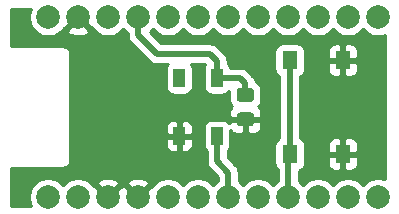
<source format=gbr>
%TF.GenerationSoftware,KiCad,Pcbnew,(5.1.9)-1*%
%TF.CreationDate,2021-01-29T17:06:41+01:00*%
%TF.ProjectId,ProMini_MouseJiggler,50726f4d-696e-4695-9f4d-6f7573654a69,rev?*%
%TF.SameCoordinates,Original*%
%TF.FileFunction,Copper,L1,Top*%
%TF.FilePolarity,Positive*%
%FSLAX46Y46*%
G04 Gerber Fmt 4.6, Leading zero omitted, Abs format (unit mm)*
G04 Created by KiCad (PCBNEW (5.1.9)-1) date 2021-01-29 17:06:41*
%MOMM*%
%LPD*%
G01*
G04 APERTURE LIST*
%TA.AperFunction,SMDPad,CuDef*%
%ADD10R,1.300000X1.550000*%
%TD*%
%TA.AperFunction,ComponentPad*%
%ADD11C,2.000000*%
%TD*%
%TA.AperFunction,SMDPad,CuDef*%
%ADD12R,1.000000X1.500000*%
%TD*%
%TA.AperFunction,Conductor*%
%ADD13C,0.508000*%
%TD*%
%TA.AperFunction,Conductor*%
%ADD14C,0.254000*%
%TD*%
%TA.AperFunction,Conductor*%
%ADD15C,0.100000*%
%TD*%
G04 APERTURE END LIST*
D10*
%TO.P,SW1,2*%
%TO.N,GND*%
X145250000Y-91525000D03*
%TO.P,SW1,1*%
%TO.N,SW*%
X140750000Y-91525000D03*
X140750000Y-99475000D03*
%TO.P,SW1,2*%
%TO.N,GND*%
X145250000Y-99475000D03*
%TD*%
D11*
%TO.P,U1,24*%
%TO.N,Net-(U1-Pad24)*%
X120300000Y-87880000D03*
%TO.P,U1,23*%
%TO.N,GND*%
X122840000Y-87880000D03*
%TO.P,U1,22*%
%TO.N,Net-(U1-Pad22)*%
X125380000Y-87880000D03*
%TO.P,U1,21*%
%TO.N,+5V*%
X127920000Y-87880000D03*
%TO.P,U1,20*%
%TO.N,Net-(U1-Pad20)*%
X130460000Y-87880000D03*
%TO.P,U1,19*%
%TO.N,Net-(U1-Pad19)*%
X133000000Y-87880000D03*
%TO.P,U1,18*%
%TO.N,Net-(U1-Pad18)*%
X135540000Y-87880000D03*
%TO.P,U1,17*%
%TO.N,Net-(U1-Pad17)*%
X138080000Y-87880000D03*
%TO.P,U1,16*%
%TO.N,Net-(U1-Pad16)*%
X140620000Y-87880000D03*
%TO.P,U1,15*%
%TO.N,Net-(U1-Pad15)*%
X143160000Y-87880000D03*
%TO.P,U1,14*%
%TO.N,Net-(U1-Pad14)*%
X145700000Y-87880000D03*
%TO.P,U1,13*%
%TO.N,Net-(U1-Pad13)*%
X148240000Y-87880000D03*
%TO.P,U1,12*%
%TO.N,Net-(U1-Pad12)*%
X148240000Y-103120000D03*
%TO.P,U1,11*%
%TO.N,Net-(U1-Pad11)*%
X145700000Y-103120000D03*
%TO.P,U1,10*%
%TO.N,Net-(U1-Pad10)*%
X143160000Y-103120000D03*
%TO.P,U1,9*%
%TO.N,SW*%
X140620000Y-103120000D03*
%TO.P,U1,8*%
%TO.N,Net-(U1-Pad8)*%
X138080000Y-103120000D03*
%TO.P,U1,7*%
%TO.N,LED*%
X135540000Y-103120000D03*
%TO.P,U1,6*%
%TO.N,Net-(U1-Pad6)*%
X133000000Y-103120000D03*
%TO.P,U1,5*%
%TO.N,Net-(U1-Pad5)*%
X130460000Y-103120000D03*
%TO.P,U1,4*%
%TO.N,GND*%
X127920000Y-103120000D03*
%TO.P,U1,3*%
X125380000Y-103120000D03*
%TO.P,U1,2*%
%TO.N,Net-(U1-Pad2)*%
X122840000Y-103120000D03*
%TO.P,U1,1*%
%TO.N,Net-(U1-Pad1)*%
X120300000Y-103120000D03*
%TD*%
%TO.P,C1,2*%
%TO.N,GND*%
%TA.AperFunction,SMDPad,CuDef*%
G36*
G01*
X136525000Y-95950000D02*
X137475000Y-95950000D01*
G75*
G02*
X137725000Y-96200000I0J-250000D01*
G01*
X137725000Y-96875000D01*
G75*
G02*
X137475000Y-97125000I-250000J0D01*
G01*
X136525000Y-97125000D01*
G75*
G02*
X136275000Y-96875000I0J250000D01*
G01*
X136275000Y-96200000D01*
G75*
G02*
X136525000Y-95950000I250000J0D01*
G01*
G37*
%TD.AperFunction*%
%TO.P,C1,1*%
%TO.N,+5V*%
%TA.AperFunction,SMDPad,CuDef*%
G36*
G01*
X136525000Y-93875000D02*
X137475000Y-93875000D01*
G75*
G02*
X137725000Y-94125000I0J-250000D01*
G01*
X137725000Y-94800000D01*
G75*
G02*
X137475000Y-95050000I-250000J0D01*
G01*
X136525000Y-95050000D01*
G75*
G02*
X136275000Y-94800000I0J250000D01*
G01*
X136275000Y-94125000D01*
G75*
G02*
X136525000Y-93875000I250000J0D01*
G01*
G37*
%TD.AperFunction*%
%TD*%
D12*
%TO.P,D1,1*%
%TO.N,GND*%
X131400000Y-97950000D03*
%TO.P,D1,2*%
%TO.N,LED*%
X134600000Y-97950000D03*
%TO.P,D1,4*%
%TO.N,Net-(D1-Pad4)*%
X131400000Y-93050000D03*
%TO.P,D1,3*%
%TO.N,+5V*%
X134600000Y-93050000D03*
%TD*%
D13*
%TO.N,LED*%
X134600000Y-97950000D02*
X134600000Y-100100000D01*
X135540000Y-101040000D02*
X135540000Y-103120000D01*
X134600000Y-100100000D02*
X135540000Y-101040000D01*
%TO.N,+5V*%
X137000000Y-94462500D02*
X137000000Y-93500000D01*
X136550000Y-93050000D02*
X134600000Y-93050000D01*
X137000000Y-93500000D02*
X136550000Y-93050000D01*
X127920000Y-87880000D02*
X127920000Y-89420000D01*
X127920000Y-89420000D02*
X129500000Y-91000000D01*
X129500000Y-91000000D02*
X134000000Y-91000000D01*
X134600000Y-91600000D02*
X134600000Y-93050000D01*
X134000000Y-91000000D02*
X134600000Y-91600000D01*
%TO.N,SW*%
X140620000Y-99605000D02*
X140750000Y-99475000D01*
X140620000Y-103120000D02*
X140620000Y-99605000D01*
X140750000Y-91525000D02*
X140750000Y-99475000D01*
%TD*%
D14*
%TO.N,GND*%
X118727832Y-87403088D02*
X118665000Y-87718967D01*
X118665000Y-88041033D01*
X118727832Y-88356912D01*
X118851082Y-88654463D01*
X119030013Y-88922252D01*
X119257748Y-89149987D01*
X119525537Y-89328918D01*
X119823088Y-89452168D01*
X120138967Y-89515000D01*
X120461033Y-89515000D01*
X120776912Y-89452168D01*
X121074463Y-89328918D01*
X121342252Y-89149987D01*
X121476826Y-89015413D01*
X121884192Y-89015413D01*
X121979956Y-89279814D01*
X122269571Y-89420704D01*
X122581108Y-89502384D01*
X122902595Y-89521718D01*
X123221675Y-89477961D01*
X123526088Y-89372795D01*
X123700044Y-89279814D01*
X123795808Y-89015413D01*
X122840000Y-88059605D01*
X121884192Y-89015413D01*
X121476826Y-89015413D01*
X121569987Y-88922252D01*
X121642720Y-88813400D01*
X121704587Y-88835808D01*
X122660395Y-87880000D01*
X122646253Y-87865858D01*
X122825858Y-87686253D01*
X122840000Y-87700395D01*
X122854143Y-87686253D01*
X123033748Y-87865858D01*
X123019605Y-87880000D01*
X123975413Y-88835808D01*
X124037280Y-88813400D01*
X124110013Y-88922252D01*
X124337748Y-89149987D01*
X124605537Y-89328918D01*
X124903088Y-89452168D01*
X125218967Y-89515000D01*
X125541033Y-89515000D01*
X125856912Y-89452168D01*
X126154463Y-89328918D01*
X126422252Y-89149987D01*
X126649987Y-88922252D01*
X126650000Y-88922233D01*
X126650013Y-88922252D01*
X126877748Y-89149987D01*
X127031001Y-89252387D01*
X127031001Y-89376331D01*
X127026700Y-89420000D01*
X127043864Y-89594274D01*
X127094698Y-89761852D01*
X127177248Y-89916291D01*
X127288342Y-90051659D01*
X127322259Y-90079494D01*
X128840501Y-91597736D01*
X128868341Y-91631659D01*
X129003709Y-91742753D01*
X129158149Y-91825303D01*
X129224058Y-91845296D01*
X129325724Y-91876136D01*
X129358924Y-91879406D01*
X129456333Y-91889000D01*
X129456339Y-91889000D01*
X129499999Y-91893300D01*
X129543659Y-91889000D01*
X130415836Y-91889000D01*
X130369463Y-91945506D01*
X130310498Y-92055820D01*
X130274188Y-92175518D01*
X130261928Y-92300000D01*
X130261928Y-93800000D01*
X130274188Y-93924482D01*
X130310498Y-94044180D01*
X130369463Y-94154494D01*
X130448815Y-94251185D01*
X130545506Y-94330537D01*
X130655820Y-94389502D01*
X130775518Y-94425812D01*
X130900000Y-94438072D01*
X131900000Y-94438072D01*
X132024482Y-94425812D01*
X132144180Y-94389502D01*
X132254494Y-94330537D01*
X132351185Y-94251185D01*
X132430537Y-94154494D01*
X132489502Y-94044180D01*
X132525812Y-93924482D01*
X132538072Y-93800000D01*
X132538072Y-92300000D01*
X132525812Y-92175518D01*
X132489502Y-92055820D01*
X132430537Y-91945506D01*
X132384164Y-91889000D01*
X133615836Y-91889000D01*
X133569463Y-91945506D01*
X133510498Y-92055820D01*
X133474188Y-92175518D01*
X133461928Y-92300000D01*
X133461928Y-93800000D01*
X133474188Y-93924482D01*
X133510498Y-94044180D01*
X133569463Y-94154494D01*
X133648815Y-94251185D01*
X133745506Y-94330537D01*
X133855820Y-94389502D01*
X133975518Y-94425812D01*
X134100000Y-94438072D01*
X135100000Y-94438072D01*
X135224482Y-94425812D01*
X135344180Y-94389502D01*
X135454494Y-94330537D01*
X135551185Y-94251185D01*
X135630537Y-94154494D01*
X135636928Y-94142537D01*
X135636928Y-94800000D01*
X135653992Y-94973254D01*
X135704528Y-95139850D01*
X135786595Y-95293386D01*
X135897038Y-95427962D01*
X135903594Y-95433342D01*
X135823815Y-95498815D01*
X135744463Y-95595506D01*
X135685498Y-95705820D01*
X135649188Y-95825518D01*
X135636928Y-95950000D01*
X135640000Y-96251750D01*
X135798750Y-96410500D01*
X136873000Y-96410500D01*
X136873000Y-96390500D01*
X137127000Y-96390500D01*
X137127000Y-96410500D01*
X138201250Y-96410500D01*
X138360000Y-96251750D01*
X138363072Y-95950000D01*
X138350812Y-95825518D01*
X138314502Y-95705820D01*
X138255537Y-95595506D01*
X138176185Y-95498815D01*
X138096406Y-95433342D01*
X138102962Y-95427962D01*
X138213405Y-95293386D01*
X138295472Y-95139850D01*
X138346008Y-94973254D01*
X138363072Y-94800000D01*
X138363072Y-94125000D01*
X138346008Y-93951746D01*
X138295472Y-93785150D01*
X138213405Y-93631614D01*
X138102962Y-93497038D01*
X137968386Y-93386595D01*
X137877338Y-93337929D01*
X137876136Y-93325726D01*
X137876136Y-93325724D01*
X137825302Y-93158147D01*
X137822548Y-93152995D01*
X137742753Y-93003709D01*
X137631659Y-92868341D01*
X137597736Y-92840501D01*
X137209499Y-92452264D01*
X137181659Y-92418341D01*
X137046291Y-92307247D01*
X136891851Y-92224697D01*
X136724274Y-92173864D01*
X136593667Y-92161000D01*
X136593660Y-92161000D01*
X136550000Y-92156700D01*
X136506340Y-92161000D01*
X135721408Y-92161000D01*
X135689502Y-92055820D01*
X135630537Y-91945506D01*
X135551185Y-91848815D01*
X135489000Y-91797781D01*
X135489000Y-91643659D01*
X135493300Y-91599999D01*
X135489000Y-91556334D01*
X135489000Y-91556333D01*
X135476136Y-91425726D01*
X135476136Y-91425724D01*
X135425302Y-91258147D01*
X135415201Y-91239250D01*
X135342753Y-91103709D01*
X135231659Y-90968341D01*
X135197742Y-90940506D01*
X134659498Y-90402263D01*
X134631659Y-90368341D01*
X134496291Y-90257247D01*
X134341851Y-90174697D01*
X134174274Y-90123864D01*
X134043667Y-90111000D01*
X134043660Y-90111000D01*
X134000000Y-90106700D01*
X133956340Y-90111000D01*
X129868235Y-90111000D01*
X128929264Y-89172029D01*
X128962252Y-89149987D01*
X129189987Y-88922252D01*
X129190000Y-88922233D01*
X129190013Y-88922252D01*
X129417748Y-89149987D01*
X129685537Y-89328918D01*
X129983088Y-89452168D01*
X130298967Y-89515000D01*
X130621033Y-89515000D01*
X130936912Y-89452168D01*
X131234463Y-89328918D01*
X131502252Y-89149987D01*
X131729987Y-88922252D01*
X131730000Y-88922233D01*
X131730013Y-88922252D01*
X131957748Y-89149987D01*
X132225537Y-89328918D01*
X132523088Y-89452168D01*
X132838967Y-89515000D01*
X133161033Y-89515000D01*
X133476912Y-89452168D01*
X133774463Y-89328918D01*
X134042252Y-89149987D01*
X134269987Y-88922252D01*
X134270000Y-88922233D01*
X134270013Y-88922252D01*
X134497748Y-89149987D01*
X134765537Y-89328918D01*
X135063088Y-89452168D01*
X135378967Y-89515000D01*
X135701033Y-89515000D01*
X136016912Y-89452168D01*
X136314463Y-89328918D01*
X136582252Y-89149987D01*
X136809987Y-88922252D01*
X136810000Y-88922233D01*
X136810013Y-88922252D01*
X137037748Y-89149987D01*
X137305537Y-89328918D01*
X137603088Y-89452168D01*
X137918967Y-89515000D01*
X138241033Y-89515000D01*
X138556912Y-89452168D01*
X138854463Y-89328918D01*
X139122252Y-89149987D01*
X139349987Y-88922252D01*
X139350000Y-88922233D01*
X139350013Y-88922252D01*
X139577748Y-89149987D01*
X139845537Y-89328918D01*
X140143088Y-89452168D01*
X140458967Y-89515000D01*
X140781033Y-89515000D01*
X141096912Y-89452168D01*
X141394463Y-89328918D01*
X141662252Y-89149987D01*
X141889987Y-88922252D01*
X141890000Y-88922233D01*
X141890013Y-88922252D01*
X142117748Y-89149987D01*
X142385537Y-89328918D01*
X142683088Y-89452168D01*
X142998967Y-89515000D01*
X143321033Y-89515000D01*
X143636912Y-89452168D01*
X143934463Y-89328918D01*
X144202252Y-89149987D01*
X144429987Y-88922252D01*
X144430000Y-88922233D01*
X144430013Y-88922252D01*
X144657748Y-89149987D01*
X144925537Y-89328918D01*
X145223088Y-89452168D01*
X145538967Y-89515000D01*
X145861033Y-89515000D01*
X146176912Y-89452168D01*
X146474463Y-89328918D01*
X146742252Y-89149987D01*
X146969987Y-88922252D01*
X146970000Y-88922233D01*
X146970013Y-88922252D01*
X147197748Y-89149987D01*
X147465537Y-89328918D01*
X147763088Y-89452168D01*
X148078967Y-89515000D01*
X148401033Y-89515000D01*
X148716912Y-89452168D01*
X148840000Y-89401183D01*
X148840001Y-101598817D01*
X148716912Y-101547832D01*
X148401033Y-101485000D01*
X148078967Y-101485000D01*
X147763088Y-101547832D01*
X147465537Y-101671082D01*
X147197748Y-101850013D01*
X146970013Y-102077748D01*
X146970000Y-102077767D01*
X146969987Y-102077748D01*
X146742252Y-101850013D01*
X146474463Y-101671082D01*
X146176912Y-101547832D01*
X145861033Y-101485000D01*
X145538967Y-101485000D01*
X145223088Y-101547832D01*
X144925537Y-101671082D01*
X144657748Y-101850013D01*
X144430013Y-102077748D01*
X144430000Y-102077767D01*
X144429987Y-102077748D01*
X144202252Y-101850013D01*
X143934463Y-101671082D01*
X143636912Y-101547832D01*
X143321033Y-101485000D01*
X142998967Y-101485000D01*
X142683088Y-101547832D01*
X142385537Y-101671082D01*
X142117748Y-101850013D01*
X141890013Y-102077748D01*
X141890000Y-102077767D01*
X141889987Y-102077748D01*
X141662252Y-101850013D01*
X141509000Y-101747613D01*
X141509000Y-100877337D01*
X141524482Y-100875812D01*
X141644180Y-100839502D01*
X141754494Y-100780537D01*
X141851185Y-100701185D01*
X141930537Y-100604494D01*
X141989502Y-100494180D01*
X142025812Y-100374482D01*
X142038072Y-100250000D01*
X143961928Y-100250000D01*
X143974188Y-100374482D01*
X144010498Y-100494180D01*
X144069463Y-100604494D01*
X144148815Y-100701185D01*
X144245506Y-100780537D01*
X144355820Y-100839502D01*
X144475518Y-100875812D01*
X144600000Y-100888072D01*
X144964250Y-100885000D01*
X145123000Y-100726250D01*
X145123000Y-99602000D01*
X145377000Y-99602000D01*
X145377000Y-100726250D01*
X145535750Y-100885000D01*
X145900000Y-100888072D01*
X146024482Y-100875812D01*
X146144180Y-100839502D01*
X146254494Y-100780537D01*
X146351185Y-100701185D01*
X146430537Y-100604494D01*
X146489502Y-100494180D01*
X146525812Y-100374482D01*
X146538072Y-100250000D01*
X146535000Y-99760750D01*
X146376250Y-99602000D01*
X145377000Y-99602000D01*
X145123000Y-99602000D01*
X144123750Y-99602000D01*
X143965000Y-99760750D01*
X143961928Y-100250000D01*
X142038072Y-100250000D01*
X142038072Y-98700000D01*
X143961928Y-98700000D01*
X143965000Y-99189250D01*
X144123750Y-99348000D01*
X145123000Y-99348000D01*
X145123000Y-98223750D01*
X145377000Y-98223750D01*
X145377000Y-99348000D01*
X146376250Y-99348000D01*
X146535000Y-99189250D01*
X146538072Y-98700000D01*
X146525812Y-98575518D01*
X146489502Y-98455820D01*
X146430537Y-98345506D01*
X146351185Y-98248815D01*
X146254494Y-98169463D01*
X146144180Y-98110498D01*
X146024482Y-98074188D01*
X145900000Y-98061928D01*
X145535750Y-98065000D01*
X145377000Y-98223750D01*
X145123000Y-98223750D01*
X144964250Y-98065000D01*
X144600000Y-98061928D01*
X144475518Y-98074188D01*
X144355820Y-98110498D01*
X144245506Y-98169463D01*
X144148815Y-98248815D01*
X144069463Y-98345506D01*
X144010498Y-98455820D01*
X143974188Y-98575518D01*
X143961928Y-98700000D01*
X142038072Y-98700000D01*
X142025812Y-98575518D01*
X141989502Y-98455820D01*
X141930537Y-98345506D01*
X141851185Y-98248815D01*
X141754494Y-98169463D01*
X141644180Y-98110498D01*
X141639000Y-98108927D01*
X141639000Y-92891073D01*
X141644180Y-92889502D01*
X141754494Y-92830537D01*
X141851185Y-92751185D01*
X141930537Y-92654494D01*
X141989502Y-92544180D01*
X142025812Y-92424482D01*
X142038072Y-92300000D01*
X143961928Y-92300000D01*
X143974188Y-92424482D01*
X144010498Y-92544180D01*
X144069463Y-92654494D01*
X144148815Y-92751185D01*
X144245506Y-92830537D01*
X144355820Y-92889502D01*
X144475518Y-92925812D01*
X144600000Y-92938072D01*
X144964250Y-92935000D01*
X145123000Y-92776250D01*
X145123000Y-91652000D01*
X145377000Y-91652000D01*
X145377000Y-92776250D01*
X145535750Y-92935000D01*
X145900000Y-92938072D01*
X146024482Y-92925812D01*
X146144180Y-92889502D01*
X146254494Y-92830537D01*
X146351185Y-92751185D01*
X146430537Y-92654494D01*
X146489502Y-92544180D01*
X146525812Y-92424482D01*
X146538072Y-92300000D01*
X146535000Y-91810750D01*
X146376250Y-91652000D01*
X145377000Y-91652000D01*
X145123000Y-91652000D01*
X144123750Y-91652000D01*
X143965000Y-91810750D01*
X143961928Y-92300000D01*
X142038072Y-92300000D01*
X142038072Y-90750000D01*
X143961928Y-90750000D01*
X143965000Y-91239250D01*
X144123750Y-91398000D01*
X145123000Y-91398000D01*
X145123000Y-90273750D01*
X145377000Y-90273750D01*
X145377000Y-91398000D01*
X146376250Y-91398000D01*
X146535000Y-91239250D01*
X146538072Y-90750000D01*
X146525812Y-90625518D01*
X146489502Y-90505820D01*
X146430537Y-90395506D01*
X146351185Y-90298815D01*
X146254494Y-90219463D01*
X146144180Y-90160498D01*
X146024482Y-90124188D01*
X145900000Y-90111928D01*
X145535750Y-90115000D01*
X145377000Y-90273750D01*
X145123000Y-90273750D01*
X144964250Y-90115000D01*
X144600000Y-90111928D01*
X144475518Y-90124188D01*
X144355820Y-90160498D01*
X144245506Y-90219463D01*
X144148815Y-90298815D01*
X144069463Y-90395506D01*
X144010498Y-90505820D01*
X143974188Y-90625518D01*
X143961928Y-90750000D01*
X142038072Y-90750000D01*
X142025812Y-90625518D01*
X141989502Y-90505820D01*
X141930537Y-90395506D01*
X141851185Y-90298815D01*
X141754494Y-90219463D01*
X141644180Y-90160498D01*
X141524482Y-90124188D01*
X141400000Y-90111928D01*
X140100000Y-90111928D01*
X139975518Y-90124188D01*
X139855820Y-90160498D01*
X139745506Y-90219463D01*
X139648815Y-90298815D01*
X139569463Y-90395506D01*
X139510498Y-90505820D01*
X139474188Y-90625518D01*
X139461928Y-90750000D01*
X139461928Y-92300000D01*
X139474188Y-92424482D01*
X139510498Y-92544180D01*
X139569463Y-92654494D01*
X139648815Y-92751185D01*
X139745506Y-92830537D01*
X139855820Y-92889502D01*
X139861000Y-92891073D01*
X139861001Y-98108926D01*
X139855820Y-98110498D01*
X139745506Y-98169463D01*
X139648815Y-98248815D01*
X139569463Y-98345506D01*
X139510498Y-98455820D01*
X139474188Y-98575518D01*
X139461928Y-98700000D01*
X139461928Y-100250000D01*
X139474188Y-100374482D01*
X139510498Y-100494180D01*
X139569463Y-100604494D01*
X139648815Y-100701185D01*
X139731001Y-100768633D01*
X139731000Y-101747613D01*
X139577748Y-101850013D01*
X139350013Y-102077748D01*
X139350000Y-102077767D01*
X139349987Y-102077748D01*
X139122252Y-101850013D01*
X138854463Y-101671082D01*
X138556912Y-101547832D01*
X138241033Y-101485000D01*
X137918967Y-101485000D01*
X137603088Y-101547832D01*
X137305537Y-101671082D01*
X137037748Y-101850013D01*
X136810013Y-102077748D01*
X136810000Y-102077767D01*
X136809987Y-102077748D01*
X136582252Y-101850013D01*
X136429000Y-101747613D01*
X136429000Y-101083660D01*
X136433300Y-101040000D01*
X136429000Y-100996340D01*
X136429000Y-100996333D01*
X136416136Y-100865726D01*
X136409168Y-100842753D01*
X136365302Y-100698147D01*
X136315243Y-100604494D01*
X136282753Y-100543709D01*
X136171659Y-100408341D01*
X136137743Y-100380507D01*
X135489000Y-99731765D01*
X135489000Y-99202219D01*
X135551185Y-99151185D01*
X135630537Y-99054494D01*
X135689502Y-98944180D01*
X135725812Y-98824482D01*
X135738072Y-98700000D01*
X135738072Y-97467537D01*
X135744463Y-97479494D01*
X135823815Y-97576185D01*
X135920506Y-97655537D01*
X136030820Y-97714502D01*
X136150518Y-97750812D01*
X136275000Y-97763072D01*
X136714250Y-97760000D01*
X136873000Y-97601250D01*
X136873000Y-96664500D01*
X137127000Y-96664500D01*
X137127000Y-97601250D01*
X137285750Y-97760000D01*
X137725000Y-97763072D01*
X137849482Y-97750812D01*
X137969180Y-97714502D01*
X138079494Y-97655537D01*
X138176185Y-97576185D01*
X138255537Y-97479494D01*
X138314502Y-97369180D01*
X138350812Y-97249482D01*
X138363072Y-97125000D01*
X138360000Y-96823250D01*
X138201250Y-96664500D01*
X137127000Y-96664500D01*
X136873000Y-96664500D01*
X135798750Y-96664500D01*
X135640000Y-96823250D01*
X135639601Y-96862463D01*
X135630537Y-96845506D01*
X135551185Y-96748815D01*
X135454494Y-96669463D01*
X135344180Y-96610498D01*
X135224482Y-96574188D01*
X135100000Y-96561928D01*
X134100000Y-96561928D01*
X133975518Y-96574188D01*
X133855820Y-96610498D01*
X133745506Y-96669463D01*
X133648815Y-96748815D01*
X133569463Y-96845506D01*
X133510498Y-96955820D01*
X133474188Y-97075518D01*
X133461928Y-97200000D01*
X133461928Y-98700000D01*
X133474188Y-98824482D01*
X133510498Y-98944180D01*
X133569463Y-99054494D01*
X133648815Y-99151185D01*
X133711001Y-99202219D01*
X133711001Y-100056330D01*
X133706700Y-100100000D01*
X133723864Y-100274274D01*
X133774698Y-100441852D01*
X133857248Y-100596291D01*
X133968342Y-100731659D01*
X134002259Y-100759494D01*
X134651000Y-101408236D01*
X134651000Y-101747613D01*
X134497748Y-101850013D01*
X134270013Y-102077748D01*
X134270000Y-102077767D01*
X134269987Y-102077748D01*
X134042252Y-101850013D01*
X133774463Y-101671082D01*
X133476912Y-101547832D01*
X133161033Y-101485000D01*
X132838967Y-101485000D01*
X132523088Y-101547832D01*
X132225537Y-101671082D01*
X131957748Y-101850013D01*
X131730013Y-102077748D01*
X131730000Y-102077767D01*
X131729987Y-102077748D01*
X131502252Y-101850013D01*
X131234463Y-101671082D01*
X130936912Y-101547832D01*
X130621033Y-101485000D01*
X130298967Y-101485000D01*
X129983088Y-101547832D01*
X129685537Y-101671082D01*
X129417748Y-101850013D01*
X129190013Y-102077748D01*
X129117280Y-102186600D01*
X129055413Y-102164192D01*
X128099605Y-103120000D01*
X128113748Y-103134143D01*
X127934143Y-103313748D01*
X127920000Y-103299605D01*
X127905858Y-103313748D01*
X127726253Y-103134143D01*
X127740395Y-103120000D01*
X126784587Y-102164192D01*
X126650000Y-102212938D01*
X126515413Y-102164192D01*
X125559605Y-103120000D01*
X125573748Y-103134143D01*
X125394143Y-103313748D01*
X125380000Y-103299605D01*
X125365858Y-103313748D01*
X125186253Y-103134143D01*
X125200395Y-103120000D01*
X124244587Y-102164192D01*
X124182720Y-102186600D01*
X124109987Y-102077748D01*
X124016826Y-101984587D01*
X124424192Y-101984587D01*
X125380000Y-102940395D01*
X126335808Y-101984587D01*
X126964192Y-101984587D01*
X127920000Y-102940395D01*
X128875808Y-101984587D01*
X128780044Y-101720186D01*
X128490429Y-101579296D01*
X128178892Y-101497616D01*
X127857405Y-101478282D01*
X127538325Y-101522039D01*
X127233912Y-101627205D01*
X127059956Y-101720186D01*
X126964192Y-101984587D01*
X126335808Y-101984587D01*
X126240044Y-101720186D01*
X125950429Y-101579296D01*
X125638892Y-101497616D01*
X125317405Y-101478282D01*
X124998325Y-101522039D01*
X124693912Y-101627205D01*
X124519956Y-101720186D01*
X124424192Y-101984587D01*
X124016826Y-101984587D01*
X123882252Y-101850013D01*
X123614463Y-101671082D01*
X123316912Y-101547832D01*
X123001033Y-101485000D01*
X122678967Y-101485000D01*
X122363088Y-101547832D01*
X122065537Y-101671082D01*
X121797748Y-101850013D01*
X121570013Y-102077748D01*
X121570000Y-102077767D01*
X121569987Y-102077748D01*
X121342252Y-101850013D01*
X121074463Y-101671082D01*
X120776912Y-101547832D01*
X120461033Y-101485000D01*
X120138967Y-101485000D01*
X119823088Y-101547832D01*
X119525537Y-101671082D01*
X119257748Y-101850013D01*
X119030013Y-102077748D01*
X118851082Y-102345537D01*
X118727832Y-102643088D01*
X118665000Y-102958967D01*
X118665000Y-103281033D01*
X118727832Y-103596912D01*
X118828523Y-103840000D01*
X117160000Y-103840000D01*
X117160000Y-100660000D01*
X121467581Y-100660000D01*
X121500000Y-100663193D01*
X121532419Y-100660000D01*
X121629383Y-100650450D01*
X121753793Y-100612710D01*
X121868450Y-100551425D01*
X121968948Y-100468948D01*
X122051425Y-100368450D01*
X122112710Y-100253793D01*
X122150450Y-100129383D01*
X122163193Y-100000000D01*
X122160000Y-99967581D01*
X122160000Y-98700000D01*
X130261928Y-98700000D01*
X130274188Y-98824482D01*
X130310498Y-98944180D01*
X130369463Y-99054494D01*
X130448815Y-99151185D01*
X130545506Y-99230537D01*
X130655820Y-99289502D01*
X130775518Y-99325812D01*
X130900000Y-99338072D01*
X131114250Y-99335000D01*
X131273000Y-99176250D01*
X131273000Y-98077000D01*
X131527000Y-98077000D01*
X131527000Y-99176250D01*
X131685750Y-99335000D01*
X131900000Y-99338072D01*
X132024482Y-99325812D01*
X132144180Y-99289502D01*
X132254494Y-99230537D01*
X132351185Y-99151185D01*
X132430537Y-99054494D01*
X132489502Y-98944180D01*
X132525812Y-98824482D01*
X132538072Y-98700000D01*
X132535000Y-98235750D01*
X132376250Y-98077000D01*
X131527000Y-98077000D01*
X131273000Y-98077000D01*
X130423750Y-98077000D01*
X130265000Y-98235750D01*
X130261928Y-98700000D01*
X122160000Y-98700000D01*
X122160000Y-97200000D01*
X130261928Y-97200000D01*
X130265000Y-97664250D01*
X130423750Y-97823000D01*
X131273000Y-97823000D01*
X131273000Y-96723750D01*
X131527000Y-96723750D01*
X131527000Y-97823000D01*
X132376250Y-97823000D01*
X132535000Y-97664250D01*
X132538072Y-97200000D01*
X132525812Y-97075518D01*
X132489502Y-96955820D01*
X132430537Y-96845506D01*
X132351185Y-96748815D01*
X132254494Y-96669463D01*
X132144180Y-96610498D01*
X132024482Y-96574188D01*
X131900000Y-96561928D01*
X131685750Y-96565000D01*
X131527000Y-96723750D01*
X131273000Y-96723750D01*
X131114250Y-96565000D01*
X130900000Y-96561928D01*
X130775518Y-96574188D01*
X130655820Y-96610498D01*
X130545506Y-96669463D01*
X130448815Y-96748815D01*
X130369463Y-96845506D01*
X130310498Y-96955820D01*
X130274188Y-97075518D01*
X130261928Y-97200000D01*
X122160000Y-97200000D01*
X122160000Y-91032419D01*
X122163193Y-91000000D01*
X122150450Y-90870617D01*
X122112710Y-90746207D01*
X122051425Y-90631550D01*
X121968948Y-90531052D01*
X121868450Y-90448575D01*
X121753793Y-90387290D01*
X121629383Y-90349550D01*
X121532419Y-90340000D01*
X121500000Y-90336807D01*
X121467581Y-90340000D01*
X117160000Y-90340000D01*
X117160000Y-87160000D01*
X118828523Y-87160000D01*
X118727832Y-87403088D01*
%TA.AperFunction,Conductor*%
D15*
G36*
X118727832Y-87403088D02*
G01*
X118665000Y-87718967D01*
X118665000Y-88041033D01*
X118727832Y-88356912D01*
X118851082Y-88654463D01*
X119030013Y-88922252D01*
X119257748Y-89149987D01*
X119525537Y-89328918D01*
X119823088Y-89452168D01*
X120138967Y-89515000D01*
X120461033Y-89515000D01*
X120776912Y-89452168D01*
X121074463Y-89328918D01*
X121342252Y-89149987D01*
X121476826Y-89015413D01*
X121884192Y-89015413D01*
X121979956Y-89279814D01*
X122269571Y-89420704D01*
X122581108Y-89502384D01*
X122902595Y-89521718D01*
X123221675Y-89477961D01*
X123526088Y-89372795D01*
X123700044Y-89279814D01*
X123795808Y-89015413D01*
X122840000Y-88059605D01*
X121884192Y-89015413D01*
X121476826Y-89015413D01*
X121569987Y-88922252D01*
X121642720Y-88813400D01*
X121704587Y-88835808D01*
X122660395Y-87880000D01*
X122646253Y-87865858D01*
X122825858Y-87686253D01*
X122840000Y-87700395D01*
X122854143Y-87686253D01*
X123033748Y-87865858D01*
X123019605Y-87880000D01*
X123975413Y-88835808D01*
X124037280Y-88813400D01*
X124110013Y-88922252D01*
X124337748Y-89149987D01*
X124605537Y-89328918D01*
X124903088Y-89452168D01*
X125218967Y-89515000D01*
X125541033Y-89515000D01*
X125856912Y-89452168D01*
X126154463Y-89328918D01*
X126422252Y-89149987D01*
X126649987Y-88922252D01*
X126650000Y-88922233D01*
X126650013Y-88922252D01*
X126877748Y-89149987D01*
X127031001Y-89252387D01*
X127031001Y-89376331D01*
X127026700Y-89420000D01*
X127043864Y-89594274D01*
X127094698Y-89761852D01*
X127177248Y-89916291D01*
X127288342Y-90051659D01*
X127322259Y-90079494D01*
X128840501Y-91597736D01*
X128868341Y-91631659D01*
X129003709Y-91742753D01*
X129158149Y-91825303D01*
X129224058Y-91845296D01*
X129325724Y-91876136D01*
X129358924Y-91879406D01*
X129456333Y-91889000D01*
X129456339Y-91889000D01*
X129499999Y-91893300D01*
X129543659Y-91889000D01*
X130415836Y-91889000D01*
X130369463Y-91945506D01*
X130310498Y-92055820D01*
X130274188Y-92175518D01*
X130261928Y-92300000D01*
X130261928Y-93800000D01*
X130274188Y-93924482D01*
X130310498Y-94044180D01*
X130369463Y-94154494D01*
X130448815Y-94251185D01*
X130545506Y-94330537D01*
X130655820Y-94389502D01*
X130775518Y-94425812D01*
X130900000Y-94438072D01*
X131900000Y-94438072D01*
X132024482Y-94425812D01*
X132144180Y-94389502D01*
X132254494Y-94330537D01*
X132351185Y-94251185D01*
X132430537Y-94154494D01*
X132489502Y-94044180D01*
X132525812Y-93924482D01*
X132538072Y-93800000D01*
X132538072Y-92300000D01*
X132525812Y-92175518D01*
X132489502Y-92055820D01*
X132430537Y-91945506D01*
X132384164Y-91889000D01*
X133615836Y-91889000D01*
X133569463Y-91945506D01*
X133510498Y-92055820D01*
X133474188Y-92175518D01*
X133461928Y-92300000D01*
X133461928Y-93800000D01*
X133474188Y-93924482D01*
X133510498Y-94044180D01*
X133569463Y-94154494D01*
X133648815Y-94251185D01*
X133745506Y-94330537D01*
X133855820Y-94389502D01*
X133975518Y-94425812D01*
X134100000Y-94438072D01*
X135100000Y-94438072D01*
X135224482Y-94425812D01*
X135344180Y-94389502D01*
X135454494Y-94330537D01*
X135551185Y-94251185D01*
X135630537Y-94154494D01*
X135636928Y-94142537D01*
X135636928Y-94800000D01*
X135653992Y-94973254D01*
X135704528Y-95139850D01*
X135786595Y-95293386D01*
X135897038Y-95427962D01*
X135903594Y-95433342D01*
X135823815Y-95498815D01*
X135744463Y-95595506D01*
X135685498Y-95705820D01*
X135649188Y-95825518D01*
X135636928Y-95950000D01*
X135640000Y-96251750D01*
X135798750Y-96410500D01*
X136873000Y-96410500D01*
X136873000Y-96390500D01*
X137127000Y-96390500D01*
X137127000Y-96410500D01*
X138201250Y-96410500D01*
X138360000Y-96251750D01*
X138363072Y-95950000D01*
X138350812Y-95825518D01*
X138314502Y-95705820D01*
X138255537Y-95595506D01*
X138176185Y-95498815D01*
X138096406Y-95433342D01*
X138102962Y-95427962D01*
X138213405Y-95293386D01*
X138295472Y-95139850D01*
X138346008Y-94973254D01*
X138363072Y-94800000D01*
X138363072Y-94125000D01*
X138346008Y-93951746D01*
X138295472Y-93785150D01*
X138213405Y-93631614D01*
X138102962Y-93497038D01*
X137968386Y-93386595D01*
X137877338Y-93337929D01*
X137876136Y-93325726D01*
X137876136Y-93325724D01*
X137825302Y-93158147D01*
X137822548Y-93152995D01*
X137742753Y-93003709D01*
X137631659Y-92868341D01*
X137597736Y-92840501D01*
X137209499Y-92452264D01*
X137181659Y-92418341D01*
X137046291Y-92307247D01*
X136891851Y-92224697D01*
X136724274Y-92173864D01*
X136593667Y-92161000D01*
X136593660Y-92161000D01*
X136550000Y-92156700D01*
X136506340Y-92161000D01*
X135721408Y-92161000D01*
X135689502Y-92055820D01*
X135630537Y-91945506D01*
X135551185Y-91848815D01*
X135489000Y-91797781D01*
X135489000Y-91643659D01*
X135493300Y-91599999D01*
X135489000Y-91556334D01*
X135489000Y-91556333D01*
X135476136Y-91425726D01*
X135476136Y-91425724D01*
X135425302Y-91258147D01*
X135415201Y-91239250D01*
X135342753Y-91103709D01*
X135231659Y-90968341D01*
X135197742Y-90940506D01*
X134659498Y-90402263D01*
X134631659Y-90368341D01*
X134496291Y-90257247D01*
X134341851Y-90174697D01*
X134174274Y-90123864D01*
X134043667Y-90111000D01*
X134043660Y-90111000D01*
X134000000Y-90106700D01*
X133956340Y-90111000D01*
X129868235Y-90111000D01*
X128929264Y-89172029D01*
X128962252Y-89149987D01*
X129189987Y-88922252D01*
X129190000Y-88922233D01*
X129190013Y-88922252D01*
X129417748Y-89149987D01*
X129685537Y-89328918D01*
X129983088Y-89452168D01*
X130298967Y-89515000D01*
X130621033Y-89515000D01*
X130936912Y-89452168D01*
X131234463Y-89328918D01*
X131502252Y-89149987D01*
X131729987Y-88922252D01*
X131730000Y-88922233D01*
X131730013Y-88922252D01*
X131957748Y-89149987D01*
X132225537Y-89328918D01*
X132523088Y-89452168D01*
X132838967Y-89515000D01*
X133161033Y-89515000D01*
X133476912Y-89452168D01*
X133774463Y-89328918D01*
X134042252Y-89149987D01*
X134269987Y-88922252D01*
X134270000Y-88922233D01*
X134270013Y-88922252D01*
X134497748Y-89149987D01*
X134765537Y-89328918D01*
X135063088Y-89452168D01*
X135378967Y-89515000D01*
X135701033Y-89515000D01*
X136016912Y-89452168D01*
X136314463Y-89328918D01*
X136582252Y-89149987D01*
X136809987Y-88922252D01*
X136810000Y-88922233D01*
X136810013Y-88922252D01*
X137037748Y-89149987D01*
X137305537Y-89328918D01*
X137603088Y-89452168D01*
X137918967Y-89515000D01*
X138241033Y-89515000D01*
X138556912Y-89452168D01*
X138854463Y-89328918D01*
X139122252Y-89149987D01*
X139349987Y-88922252D01*
X139350000Y-88922233D01*
X139350013Y-88922252D01*
X139577748Y-89149987D01*
X139845537Y-89328918D01*
X140143088Y-89452168D01*
X140458967Y-89515000D01*
X140781033Y-89515000D01*
X141096912Y-89452168D01*
X141394463Y-89328918D01*
X141662252Y-89149987D01*
X141889987Y-88922252D01*
X141890000Y-88922233D01*
X141890013Y-88922252D01*
X142117748Y-89149987D01*
X142385537Y-89328918D01*
X142683088Y-89452168D01*
X142998967Y-89515000D01*
X143321033Y-89515000D01*
X143636912Y-89452168D01*
X143934463Y-89328918D01*
X144202252Y-89149987D01*
X144429987Y-88922252D01*
X144430000Y-88922233D01*
X144430013Y-88922252D01*
X144657748Y-89149987D01*
X144925537Y-89328918D01*
X145223088Y-89452168D01*
X145538967Y-89515000D01*
X145861033Y-89515000D01*
X146176912Y-89452168D01*
X146474463Y-89328918D01*
X146742252Y-89149987D01*
X146969987Y-88922252D01*
X146970000Y-88922233D01*
X146970013Y-88922252D01*
X147197748Y-89149987D01*
X147465537Y-89328918D01*
X147763088Y-89452168D01*
X148078967Y-89515000D01*
X148401033Y-89515000D01*
X148716912Y-89452168D01*
X148840000Y-89401183D01*
X148840001Y-101598817D01*
X148716912Y-101547832D01*
X148401033Y-101485000D01*
X148078967Y-101485000D01*
X147763088Y-101547832D01*
X147465537Y-101671082D01*
X147197748Y-101850013D01*
X146970013Y-102077748D01*
X146970000Y-102077767D01*
X146969987Y-102077748D01*
X146742252Y-101850013D01*
X146474463Y-101671082D01*
X146176912Y-101547832D01*
X145861033Y-101485000D01*
X145538967Y-101485000D01*
X145223088Y-101547832D01*
X144925537Y-101671082D01*
X144657748Y-101850013D01*
X144430013Y-102077748D01*
X144430000Y-102077767D01*
X144429987Y-102077748D01*
X144202252Y-101850013D01*
X143934463Y-101671082D01*
X143636912Y-101547832D01*
X143321033Y-101485000D01*
X142998967Y-101485000D01*
X142683088Y-101547832D01*
X142385537Y-101671082D01*
X142117748Y-101850013D01*
X141890013Y-102077748D01*
X141890000Y-102077767D01*
X141889987Y-102077748D01*
X141662252Y-101850013D01*
X141509000Y-101747613D01*
X141509000Y-100877337D01*
X141524482Y-100875812D01*
X141644180Y-100839502D01*
X141754494Y-100780537D01*
X141851185Y-100701185D01*
X141930537Y-100604494D01*
X141989502Y-100494180D01*
X142025812Y-100374482D01*
X142038072Y-100250000D01*
X143961928Y-100250000D01*
X143974188Y-100374482D01*
X144010498Y-100494180D01*
X144069463Y-100604494D01*
X144148815Y-100701185D01*
X144245506Y-100780537D01*
X144355820Y-100839502D01*
X144475518Y-100875812D01*
X144600000Y-100888072D01*
X144964250Y-100885000D01*
X145123000Y-100726250D01*
X145123000Y-99602000D01*
X145377000Y-99602000D01*
X145377000Y-100726250D01*
X145535750Y-100885000D01*
X145900000Y-100888072D01*
X146024482Y-100875812D01*
X146144180Y-100839502D01*
X146254494Y-100780537D01*
X146351185Y-100701185D01*
X146430537Y-100604494D01*
X146489502Y-100494180D01*
X146525812Y-100374482D01*
X146538072Y-100250000D01*
X146535000Y-99760750D01*
X146376250Y-99602000D01*
X145377000Y-99602000D01*
X145123000Y-99602000D01*
X144123750Y-99602000D01*
X143965000Y-99760750D01*
X143961928Y-100250000D01*
X142038072Y-100250000D01*
X142038072Y-98700000D01*
X143961928Y-98700000D01*
X143965000Y-99189250D01*
X144123750Y-99348000D01*
X145123000Y-99348000D01*
X145123000Y-98223750D01*
X145377000Y-98223750D01*
X145377000Y-99348000D01*
X146376250Y-99348000D01*
X146535000Y-99189250D01*
X146538072Y-98700000D01*
X146525812Y-98575518D01*
X146489502Y-98455820D01*
X146430537Y-98345506D01*
X146351185Y-98248815D01*
X146254494Y-98169463D01*
X146144180Y-98110498D01*
X146024482Y-98074188D01*
X145900000Y-98061928D01*
X145535750Y-98065000D01*
X145377000Y-98223750D01*
X145123000Y-98223750D01*
X144964250Y-98065000D01*
X144600000Y-98061928D01*
X144475518Y-98074188D01*
X144355820Y-98110498D01*
X144245506Y-98169463D01*
X144148815Y-98248815D01*
X144069463Y-98345506D01*
X144010498Y-98455820D01*
X143974188Y-98575518D01*
X143961928Y-98700000D01*
X142038072Y-98700000D01*
X142025812Y-98575518D01*
X141989502Y-98455820D01*
X141930537Y-98345506D01*
X141851185Y-98248815D01*
X141754494Y-98169463D01*
X141644180Y-98110498D01*
X141639000Y-98108927D01*
X141639000Y-92891073D01*
X141644180Y-92889502D01*
X141754494Y-92830537D01*
X141851185Y-92751185D01*
X141930537Y-92654494D01*
X141989502Y-92544180D01*
X142025812Y-92424482D01*
X142038072Y-92300000D01*
X143961928Y-92300000D01*
X143974188Y-92424482D01*
X144010498Y-92544180D01*
X144069463Y-92654494D01*
X144148815Y-92751185D01*
X144245506Y-92830537D01*
X144355820Y-92889502D01*
X144475518Y-92925812D01*
X144600000Y-92938072D01*
X144964250Y-92935000D01*
X145123000Y-92776250D01*
X145123000Y-91652000D01*
X145377000Y-91652000D01*
X145377000Y-92776250D01*
X145535750Y-92935000D01*
X145900000Y-92938072D01*
X146024482Y-92925812D01*
X146144180Y-92889502D01*
X146254494Y-92830537D01*
X146351185Y-92751185D01*
X146430537Y-92654494D01*
X146489502Y-92544180D01*
X146525812Y-92424482D01*
X146538072Y-92300000D01*
X146535000Y-91810750D01*
X146376250Y-91652000D01*
X145377000Y-91652000D01*
X145123000Y-91652000D01*
X144123750Y-91652000D01*
X143965000Y-91810750D01*
X143961928Y-92300000D01*
X142038072Y-92300000D01*
X142038072Y-90750000D01*
X143961928Y-90750000D01*
X143965000Y-91239250D01*
X144123750Y-91398000D01*
X145123000Y-91398000D01*
X145123000Y-90273750D01*
X145377000Y-90273750D01*
X145377000Y-91398000D01*
X146376250Y-91398000D01*
X146535000Y-91239250D01*
X146538072Y-90750000D01*
X146525812Y-90625518D01*
X146489502Y-90505820D01*
X146430537Y-90395506D01*
X146351185Y-90298815D01*
X146254494Y-90219463D01*
X146144180Y-90160498D01*
X146024482Y-90124188D01*
X145900000Y-90111928D01*
X145535750Y-90115000D01*
X145377000Y-90273750D01*
X145123000Y-90273750D01*
X144964250Y-90115000D01*
X144600000Y-90111928D01*
X144475518Y-90124188D01*
X144355820Y-90160498D01*
X144245506Y-90219463D01*
X144148815Y-90298815D01*
X144069463Y-90395506D01*
X144010498Y-90505820D01*
X143974188Y-90625518D01*
X143961928Y-90750000D01*
X142038072Y-90750000D01*
X142025812Y-90625518D01*
X141989502Y-90505820D01*
X141930537Y-90395506D01*
X141851185Y-90298815D01*
X141754494Y-90219463D01*
X141644180Y-90160498D01*
X141524482Y-90124188D01*
X141400000Y-90111928D01*
X140100000Y-90111928D01*
X139975518Y-90124188D01*
X139855820Y-90160498D01*
X139745506Y-90219463D01*
X139648815Y-90298815D01*
X139569463Y-90395506D01*
X139510498Y-90505820D01*
X139474188Y-90625518D01*
X139461928Y-90750000D01*
X139461928Y-92300000D01*
X139474188Y-92424482D01*
X139510498Y-92544180D01*
X139569463Y-92654494D01*
X139648815Y-92751185D01*
X139745506Y-92830537D01*
X139855820Y-92889502D01*
X139861000Y-92891073D01*
X139861001Y-98108926D01*
X139855820Y-98110498D01*
X139745506Y-98169463D01*
X139648815Y-98248815D01*
X139569463Y-98345506D01*
X139510498Y-98455820D01*
X139474188Y-98575518D01*
X139461928Y-98700000D01*
X139461928Y-100250000D01*
X139474188Y-100374482D01*
X139510498Y-100494180D01*
X139569463Y-100604494D01*
X139648815Y-100701185D01*
X139731001Y-100768633D01*
X139731000Y-101747613D01*
X139577748Y-101850013D01*
X139350013Y-102077748D01*
X139350000Y-102077767D01*
X139349987Y-102077748D01*
X139122252Y-101850013D01*
X138854463Y-101671082D01*
X138556912Y-101547832D01*
X138241033Y-101485000D01*
X137918967Y-101485000D01*
X137603088Y-101547832D01*
X137305537Y-101671082D01*
X137037748Y-101850013D01*
X136810013Y-102077748D01*
X136810000Y-102077767D01*
X136809987Y-102077748D01*
X136582252Y-101850013D01*
X136429000Y-101747613D01*
X136429000Y-101083660D01*
X136433300Y-101040000D01*
X136429000Y-100996340D01*
X136429000Y-100996333D01*
X136416136Y-100865726D01*
X136409168Y-100842753D01*
X136365302Y-100698147D01*
X136315243Y-100604494D01*
X136282753Y-100543709D01*
X136171659Y-100408341D01*
X136137743Y-100380507D01*
X135489000Y-99731765D01*
X135489000Y-99202219D01*
X135551185Y-99151185D01*
X135630537Y-99054494D01*
X135689502Y-98944180D01*
X135725812Y-98824482D01*
X135738072Y-98700000D01*
X135738072Y-97467537D01*
X135744463Y-97479494D01*
X135823815Y-97576185D01*
X135920506Y-97655537D01*
X136030820Y-97714502D01*
X136150518Y-97750812D01*
X136275000Y-97763072D01*
X136714250Y-97760000D01*
X136873000Y-97601250D01*
X136873000Y-96664500D01*
X137127000Y-96664500D01*
X137127000Y-97601250D01*
X137285750Y-97760000D01*
X137725000Y-97763072D01*
X137849482Y-97750812D01*
X137969180Y-97714502D01*
X138079494Y-97655537D01*
X138176185Y-97576185D01*
X138255537Y-97479494D01*
X138314502Y-97369180D01*
X138350812Y-97249482D01*
X138363072Y-97125000D01*
X138360000Y-96823250D01*
X138201250Y-96664500D01*
X137127000Y-96664500D01*
X136873000Y-96664500D01*
X135798750Y-96664500D01*
X135640000Y-96823250D01*
X135639601Y-96862463D01*
X135630537Y-96845506D01*
X135551185Y-96748815D01*
X135454494Y-96669463D01*
X135344180Y-96610498D01*
X135224482Y-96574188D01*
X135100000Y-96561928D01*
X134100000Y-96561928D01*
X133975518Y-96574188D01*
X133855820Y-96610498D01*
X133745506Y-96669463D01*
X133648815Y-96748815D01*
X133569463Y-96845506D01*
X133510498Y-96955820D01*
X133474188Y-97075518D01*
X133461928Y-97200000D01*
X133461928Y-98700000D01*
X133474188Y-98824482D01*
X133510498Y-98944180D01*
X133569463Y-99054494D01*
X133648815Y-99151185D01*
X133711001Y-99202219D01*
X133711001Y-100056330D01*
X133706700Y-100100000D01*
X133723864Y-100274274D01*
X133774698Y-100441852D01*
X133857248Y-100596291D01*
X133968342Y-100731659D01*
X134002259Y-100759494D01*
X134651000Y-101408236D01*
X134651000Y-101747613D01*
X134497748Y-101850013D01*
X134270013Y-102077748D01*
X134270000Y-102077767D01*
X134269987Y-102077748D01*
X134042252Y-101850013D01*
X133774463Y-101671082D01*
X133476912Y-101547832D01*
X133161033Y-101485000D01*
X132838967Y-101485000D01*
X132523088Y-101547832D01*
X132225537Y-101671082D01*
X131957748Y-101850013D01*
X131730013Y-102077748D01*
X131730000Y-102077767D01*
X131729987Y-102077748D01*
X131502252Y-101850013D01*
X131234463Y-101671082D01*
X130936912Y-101547832D01*
X130621033Y-101485000D01*
X130298967Y-101485000D01*
X129983088Y-101547832D01*
X129685537Y-101671082D01*
X129417748Y-101850013D01*
X129190013Y-102077748D01*
X129117280Y-102186600D01*
X129055413Y-102164192D01*
X128099605Y-103120000D01*
X128113748Y-103134143D01*
X127934143Y-103313748D01*
X127920000Y-103299605D01*
X127905858Y-103313748D01*
X127726253Y-103134143D01*
X127740395Y-103120000D01*
X126784587Y-102164192D01*
X126650000Y-102212938D01*
X126515413Y-102164192D01*
X125559605Y-103120000D01*
X125573748Y-103134143D01*
X125394143Y-103313748D01*
X125380000Y-103299605D01*
X125365858Y-103313748D01*
X125186253Y-103134143D01*
X125200395Y-103120000D01*
X124244587Y-102164192D01*
X124182720Y-102186600D01*
X124109987Y-102077748D01*
X124016826Y-101984587D01*
X124424192Y-101984587D01*
X125380000Y-102940395D01*
X126335808Y-101984587D01*
X126964192Y-101984587D01*
X127920000Y-102940395D01*
X128875808Y-101984587D01*
X128780044Y-101720186D01*
X128490429Y-101579296D01*
X128178892Y-101497616D01*
X127857405Y-101478282D01*
X127538325Y-101522039D01*
X127233912Y-101627205D01*
X127059956Y-101720186D01*
X126964192Y-101984587D01*
X126335808Y-101984587D01*
X126240044Y-101720186D01*
X125950429Y-101579296D01*
X125638892Y-101497616D01*
X125317405Y-101478282D01*
X124998325Y-101522039D01*
X124693912Y-101627205D01*
X124519956Y-101720186D01*
X124424192Y-101984587D01*
X124016826Y-101984587D01*
X123882252Y-101850013D01*
X123614463Y-101671082D01*
X123316912Y-101547832D01*
X123001033Y-101485000D01*
X122678967Y-101485000D01*
X122363088Y-101547832D01*
X122065537Y-101671082D01*
X121797748Y-101850013D01*
X121570013Y-102077748D01*
X121570000Y-102077767D01*
X121569987Y-102077748D01*
X121342252Y-101850013D01*
X121074463Y-101671082D01*
X120776912Y-101547832D01*
X120461033Y-101485000D01*
X120138967Y-101485000D01*
X119823088Y-101547832D01*
X119525537Y-101671082D01*
X119257748Y-101850013D01*
X119030013Y-102077748D01*
X118851082Y-102345537D01*
X118727832Y-102643088D01*
X118665000Y-102958967D01*
X118665000Y-103281033D01*
X118727832Y-103596912D01*
X118828523Y-103840000D01*
X117160000Y-103840000D01*
X117160000Y-100660000D01*
X121467581Y-100660000D01*
X121500000Y-100663193D01*
X121532419Y-100660000D01*
X121629383Y-100650450D01*
X121753793Y-100612710D01*
X121868450Y-100551425D01*
X121968948Y-100468948D01*
X122051425Y-100368450D01*
X122112710Y-100253793D01*
X122150450Y-100129383D01*
X122163193Y-100000000D01*
X122160000Y-99967581D01*
X122160000Y-98700000D01*
X130261928Y-98700000D01*
X130274188Y-98824482D01*
X130310498Y-98944180D01*
X130369463Y-99054494D01*
X130448815Y-99151185D01*
X130545506Y-99230537D01*
X130655820Y-99289502D01*
X130775518Y-99325812D01*
X130900000Y-99338072D01*
X131114250Y-99335000D01*
X131273000Y-99176250D01*
X131273000Y-98077000D01*
X131527000Y-98077000D01*
X131527000Y-99176250D01*
X131685750Y-99335000D01*
X131900000Y-99338072D01*
X132024482Y-99325812D01*
X132144180Y-99289502D01*
X132254494Y-99230537D01*
X132351185Y-99151185D01*
X132430537Y-99054494D01*
X132489502Y-98944180D01*
X132525812Y-98824482D01*
X132538072Y-98700000D01*
X132535000Y-98235750D01*
X132376250Y-98077000D01*
X131527000Y-98077000D01*
X131273000Y-98077000D01*
X130423750Y-98077000D01*
X130265000Y-98235750D01*
X130261928Y-98700000D01*
X122160000Y-98700000D01*
X122160000Y-97200000D01*
X130261928Y-97200000D01*
X130265000Y-97664250D01*
X130423750Y-97823000D01*
X131273000Y-97823000D01*
X131273000Y-96723750D01*
X131527000Y-96723750D01*
X131527000Y-97823000D01*
X132376250Y-97823000D01*
X132535000Y-97664250D01*
X132538072Y-97200000D01*
X132525812Y-97075518D01*
X132489502Y-96955820D01*
X132430537Y-96845506D01*
X132351185Y-96748815D01*
X132254494Y-96669463D01*
X132144180Y-96610498D01*
X132024482Y-96574188D01*
X131900000Y-96561928D01*
X131685750Y-96565000D01*
X131527000Y-96723750D01*
X131273000Y-96723750D01*
X131114250Y-96565000D01*
X130900000Y-96561928D01*
X130775518Y-96574188D01*
X130655820Y-96610498D01*
X130545506Y-96669463D01*
X130448815Y-96748815D01*
X130369463Y-96845506D01*
X130310498Y-96955820D01*
X130274188Y-97075518D01*
X130261928Y-97200000D01*
X122160000Y-97200000D01*
X122160000Y-91032419D01*
X122163193Y-91000000D01*
X122150450Y-90870617D01*
X122112710Y-90746207D01*
X122051425Y-90631550D01*
X121968948Y-90531052D01*
X121868450Y-90448575D01*
X121753793Y-90387290D01*
X121629383Y-90349550D01*
X121532419Y-90340000D01*
X121500000Y-90336807D01*
X121467581Y-90340000D01*
X117160000Y-90340000D01*
X117160000Y-87160000D01*
X118828523Y-87160000D01*
X118727832Y-87403088D01*
G37*
%TD.AperFunction*%
%TD*%
M02*

</source>
